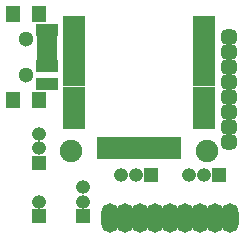
<source format=gts>
G04 #@! TF.FileFunction,Soldermask,Top*
%FSLAX46Y46*%
G04 Gerber Fmt 4.6, Leading zero omitted, Abs format (unit mm)*
G04 Created by KiCad (PCBNEW (2015-08-03 BZR 6047)-product) date Mon 05 Oct 2015 04:37:09 PM CEST*
%MOMM*%
G01*
G04 APERTURE LIST*
%ADD10C,0.100000*%
%ADD11R,1.200000X1.200000*%
%ADD12O,1.200000X1.200000*%
%ADD13O,1.450000X2.500000*%
%ADD14C,1.450000*%
%ADD15C,1.900000*%
%ADD16R,1.900000X1.200000*%
%ADD17R,1.200000X1.900000*%
%ADD18C,1.300000*%
%ADD19R,1.900000X1.100000*%
%ADD20R,1.200000X1.400000*%
%ADD21R,1.670000X1.365200*%
G04 APERTURE END LIST*
D10*
D11*
X28000000Y-34000000D03*
D12*
X28000000Y-32750000D03*
X28000000Y-31500000D03*
D11*
X31750000Y-38500000D03*
D12*
X31750000Y-37250000D03*
X31750000Y-36000000D03*
D11*
X28000000Y-38500000D03*
D12*
X28000000Y-37250000D03*
D13*
X34040000Y-38600000D03*
X44200000Y-38600000D03*
X42930000Y-38600000D03*
X41660000Y-38600000D03*
X40390000Y-38600000D03*
X39120000Y-38600000D03*
X37850000Y-38600000D03*
X36580000Y-38600000D03*
X35310000Y-38600000D03*
D11*
X37500000Y-35000000D03*
D12*
X36250000Y-35000000D03*
X35000000Y-35000000D03*
D11*
X43250000Y-35000000D03*
D12*
X42000000Y-35000000D03*
X40750000Y-35000000D03*
D14*
X44100000Y-23340000D03*
X44100000Y-24610000D03*
X44100000Y-25880000D03*
X44100000Y-27150000D03*
X44100000Y-28420000D03*
X44100000Y-29690000D03*
X44100000Y-30960000D03*
X44100000Y-32230000D03*
D15*
X30750000Y-33000000D03*
D16*
X31000000Y-30500000D03*
X31000000Y-29300000D03*
X31000000Y-28100000D03*
X31000000Y-26900000D03*
X31000000Y-25700000D03*
X31000000Y-24500000D03*
X31000000Y-23300000D03*
X31000000Y-22100000D03*
X42000000Y-22100000D03*
X42000000Y-23300000D03*
X42000000Y-24500000D03*
X42000000Y-25700000D03*
X42000000Y-26900000D03*
X42000000Y-28100000D03*
X42000000Y-29300000D03*
X42000000Y-30500000D03*
D17*
X33500000Y-32750000D03*
X34700000Y-32750000D03*
X35900000Y-32750000D03*
X37100000Y-32750000D03*
X38300000Y-32750000D03*
X39500000Y-32750000D03*
D15*
X42250000Y-33000000D03*
D18*
X26925000Y-23500000D03*
X26925000Y-26500000D03*
D19*
X28675000Y-22750000D03*
X28675000Y-25750000D03*
X28675000Y-27250000D03*
D20*
X25825000Y-21350000D03*
X25825000Y-28650000D03*
X28025000Y-28650000D03*
X28025000Y-21350000D03*
D21*
X28750000Y-24885000D03*
X28750000Y-23615000D03*
M02*

</source>
